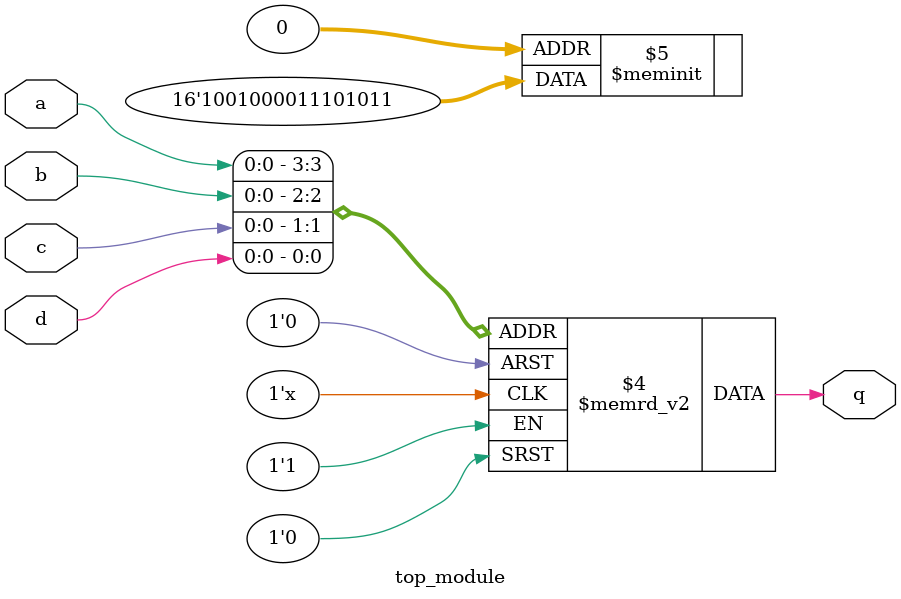
<source format=sv>
module top_module (
    input a, 
    input b, 
    input c, 
    input d,
    output q
);
    always @(*) begin
        case ({a, b, c, d})
            4'b0000: q = 1;
            4'b0001: q = 1;
            4'b0010: q = 0;
            4'b0011: q = 1;
            4'b0100: q = 0;
            4'b0101: q = 1;
            4'b0110: q = 1;
            4'b0111: q = 1;
            4'b1000: q = 0;
            4'b1001: q = 0;
            4'b1010: q = 0;
            4'b1011: q = 0;
            4'b1100: q = 1;
            4'b1101: q = 0;
            4'b1110: q = 0;
            4'b1111: q = 1;
        endcase
    end
endmodule

</source>
